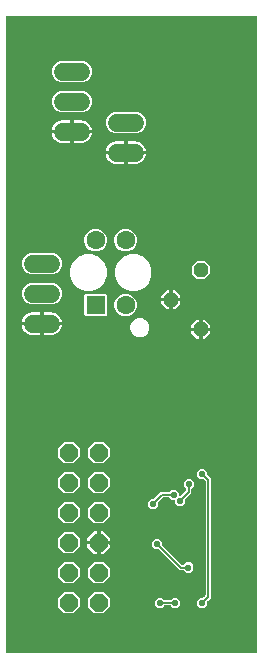
<source format=gbr>
G04 EAGLE Gerber RS-274X export*
G75*
%MOMM*%
%FSLAX34Y34*%
%LPD*%
%INBottom Copper*%
%IPPOS*%
%AMOC8*
5,1,8,0,0,1.08239X$1,22.5*%
G01*
%ADD10P,1.649562X8X112.500000*%
%ADD11C,1.524000*%
%ADD12P,1.319650X8X292.500000*%
%ADD13R,1.600000X1.600000*%
%ADD14C,1.600000*%
%ADD15C,0.550000*%
%ADD16C,0.152400*%

G36*
X214498Y3004D02*
X214498Y3004D01*
X214517Y3002D01*
X214619Y3024D01*
X214721Y3040D01*
X214738Y3050D01*
X214758Y3054D01*
X214847Y3107D01*
X214938Y3156D01*
X214952Y3170D01*
X214969Y3180D01*
X215036Y3259D01*
X215108Y3334D01*
X215116Y3352D01*
X215129Y3367D01*
X215168Y3463D01*
X215211Y3557D01*
X215213Y3577D01*
X215221Y3595D01*
X215239Y3762D01*
X215239Y541578D01*
X215236Y541598D01*
X215238Y541617D01*
X215216Y541719D01*
X215200Y541821D01*
X215190Y541838D01*
X215186Y541858D01*
X215133Y541947D01*
X215084Y542038D01*
X215070Y542052D01*
X215060Y542069D01*
X214981Y542136D01*
X214906Y542208D01*
X214888Y542216D01*
X214873Y542229D01*
X214777Y542268D01*
X214683Y542311D01*
X214663Y542313D01*
X214645Y542321D01*
X214478Y542339D01*
X3762Y542339D01*
X3742Y542336D01*
X3723Y542338D01*
X3621Y542316D01*
X3519Y542300D01*
X3502Y542290D01*
X3482Y542286D01*
X3393Y542233D01*
X3302Y542184D01*
X3288Y542170D01*
X3271Y542160D01*
X3204Y542081D01*
X3132Y542006D01*
X3124Y541988D01*
X3111Y541973D01*
X3072Y541877D01*
X3029Y541783D01*
X3027Y541763D01*
X3019Y541745D01*
X3001Y541578D01*
X3001Y3762D01*
X3004Y3742D01*
X3002Y3723D01*
X3024Y3621D01*
X3040Y3519D01*
X3050Y3502D01*
X3054Y3482D01*
X3107Y3393D01*
X3156Y3302D01*
X3170Y3288D01*
X3180Y3271D01*
X3259Y3204D01*
X3334Y3132D01*
X3352Y3124D01*
X3367Y3111D01*
X3463Y3072D01*
X3557Y3029D01*
X3577Y3027D01*
X3595Y3019D01*
X3762Y3001D01*
X214478Y3001D01*
X214498Y3004D01*
G37*
%LPC*%
G36*
X107357Y309619D02*
X107357Y309619D01*
X101660Y311979D01*
X97299Y316340D01*
X94939Y322037D01*
X94939Y328203D01*
X97299Y333900D01*
X101660Y338261D01*
X107357Y340621D01*
X113523Y340621D01*
X119220Y338261D01*
X123581Y333900D01*
X125941Y328203D01*
X125941Y322037D01*
X123581Y316340D01*
X119220Y311979D01*
X113523Y309619D01*
X107357Y309619D01*
G37*
%LPD*%
%LPC*%
G36*
X69357Y309619D02*
X69357Y309619D01*
X63660Y311979D01*
X59299Y316340D01*
X56939Y322037D01*
X56939Y328203D01*
X59299Y333900D01*
X63660Y338261D01*
X69357Y340621D01*
X75523Y340621D01*
X81220Y338261D01*
X85581Y333900D01*
X87941Y328203D01*
X87941Y322037D01*
X85581Y316340D01*
X81220Y311979D01*
X75523Y309619D01*
X69357Y309619D01*
G37*
%LPD*%
%LPC*%
G36*
X167139Y41445D02*
X167139Y41445D01*
X164635Y43949D01*
X164635Y47491D01*
X167139Y49995D01*
X169635Y49995D01*
X169726Y50009D01*
X169816Y50017D01*
X169846Y50029D01*
X169878Y50034D01*
X169959Y50077D01*
X170043Y50113D01*
X170075Y50139D01*
X170096Y50150D01*
X170118Y50173D01*
X170174Y50218D01*
X171480Y51524D01*
X171533Y51598D01*
X171593Y51668D01*
X171605Y51698D01*
X171624Y51724D01*
X171651Y51811D01*
X171685Y51896D01*
X171689Y51937D01*
X171696Y51959D01*
X171695Y51991D01*
X171703Y52063D01*
X171703Y148597D01*
X171689Y148688D01*
X171681Y148778D01*
X171669Y148808D01*
X171664Y148840D01*
X171621Y148921D01*
X171585Y149005D01*
X171559Y149037D01*
X171548Y149058D01*
X171525Y149080D01*
X171480Y149136D01*
X170174Y150442D01*
X170100Y150495D01*
X170030Y150555D01*
X170000Y150567D01*
X169974Y150586D01*
X169887Y150613D01*
X169802Y150647D01*
X169761Y150651D01*
X169739Y150658D01*
X169707Y150657D01*
X169635Y150665D01*
X167139Y150665D01*
X164635Y153169D01*
X164635Y156711D01*
X167139Y159215D01*
X170681Y159215D01*
X173185Y156711D01*
X173185Y154215D01*
X173199Y154124D01*
X173207Y154034D01*
X173219Y154004D01*
X173224Y153972D01*
X173267Y153891D01*
X173303Y153807D01*
X173329Y153775D01*
X173340Y153754D01*
X173363Y153732D01*
X173408Y153676D01*
X176277Y150807D01*
X176277Y49853D01*
X173408Y46984D01*
X173355Y46910D01*
X173295Y46840D01*
X173283Y46810D01*
X173264Y46784D01*
X173237Y46697D01*
X173203Y46612D01*
X173199Y46571D01*
X173192Y46549D01*
X173193Y46517D01*
X173185Y46445D01*
X173185Y43949D01*
X170681Y41445D01*
X167139Y41445D01*
G37*
%LPD*%
%LPC*%
G36*
X48981Y486155D02*
X48981Y486155D01*
X45620Y487547D01*
X43047Y490120D01*
X41655Y493481D01*
X41655Y497119D01*
X43047Y500480D01*
X45620Y503053D01*
X48981Y504445D01*
X67859Y504445D01*
X71220Y503053D01*
X73793Y500480D01*
X75185Y497119D01*
X75185Y493481D01*
X73793Y490120D01*
X71220Y487547D01*
X67859Y486155D01*
X48981Y486155D01*
G37*
%LPD*%
%LPC*%
G36*
X48981Y460755D02*
X48981Y460755D01*
X45620Y462147D01*
X43047Y464720D01*
X41655Y468081D01*
X41655Y471719D01*
X43047Y475080D01*
X45620Y477653D01*
X48981Y479045D01*
X67859Y479045D01*
X71220Y477653D01*
X73793Y475080D01*
X75185Y471719D01*
X75185Y468081D01*
X73793Y464720D01*
X71220Y462147D01*
X67859Y460755D01*
X48981Y460755D01*
G37*
%LPD*%
%LPC*%
G36*
X94701Y442975D02*
X94701Y442975D01*
X91340Y444367D01*
X88767Y446940D01*
X87375Y450301D01*
X87375Y453939D01*
X88767Y457300D01*
X91340Y459873D01*
X94701Y461265D01*
X113579Y461265D01*
X116940Y459873D01*
X119513Y457300D01*
X120905Y453939D01*
X120905Y450301D01*
X119513Y446940D01*
X116940Y444367D01*
X113579Y442975D01*
X94701Y442975D01*
G37*
%LPD*%
%LPC*%
G36*
X23581Y323595D02*
X23581Y323595D01*
X20220Y324987D01*
X17647Y327560D01*
X16255Y330921D01*
X16255Y334559D01*
X17647Y337920D01*
X20220Y340493D01*
X23581Y341885D01*
X42459Y341885D01*
X45820Y340493D01*
X48393Y337920D01*
X49785Y334559D01*
X49785Y330921D01*
X48393Y327560D01*
X45820Y324987D01*
X42459Y323595D01*
X23581Y323595D01*
G37*
%LPD*%
%LPC*%
G36*
X23581Y298195D02*
X23581Y298195D01*
X20220Y299587D01*
X17647Y302160D01*
X16255Y305521D01*
X16255Y309159D01*
X17647Y312520D01*
X20220Y315093D01*
X23581Y316485D01*
X42459Y316485D01*
X45820Y315093D01*
X48393Y312520D01*
X49785Y309159D01*
X49785Y305521D01*
X48393Y302160D01*
X45820Y299587D01*
X42459Y298195D01*
X23581Y298195D01*
G37*
%LPD*%
%LPC*%
G36*
X70108Y288095D02*
X70108Y288095D01*
X69215Y288988D01*
X69215Y306252D01*
X70108Y307145D01*
X87372Y307145D01*
X88265Y306252D01*
X88265Y288988D01*
X87372Y288095D01*
X70108Y288095D01*
G37*
%LPD*%
%LPC*%
G36*
X125229Y125265D02*
X125229Y125265D01*
X122725Y127769D01*
X122725Y131311D01*
X125229Y133815D01*
X127725Y133815D01*
X127816Y133829D01*
X127906Y133837D01*
X127936Y133849D01*
X127968Y133854D01*
X128049Y133897D01*
X128133Y133933D01*
X128165Y133959D01*
X128186Y133970D01*
X128208Y133993D01*
X128264Y134038D01*
X133673Y139447D01*
X140626Y139447D01*
X140716Y139461D01*
X140807Y139469D01*
X140837Y139481D01*
X140869Y139486D01*
X140949Y139529D01*
X141033Y139565D01*
X141065Y139591D01*
X141086Y139602D01*
X141108Y139625D01*
X141164Y139670D01*
X142929Y141435D01*
X146471Y141435D01*
X148975Y138931D01*
X148975Y137116D01*
X148978Y137096D01*
X148976Y137077D01*
X148998Y136975D01*
X149014Y136873D01*
X149024Y136856D01*
X149028Y136836D01*
X149081Y136747D01*
X149130Y136656D01*
X149144Y136642D01*
X149154Y136625D01*
X149233Y136558D01*
X149308Y136486D01*
X149326Y136478D01*
X149341Y136465D01*
X149437Y136426D01*
X149531Y136383D01*
X149551Y136381D01*
X149569Y136373D01*
X149736Y136355D01*
X150585Y136355D01*
X150676Y136369D01*
X150766Y136377D01*
X150796Y136389D01*
X150828Y136394D01*
X150909Y136437D01*
X150993Y136473D01*
X151025Y136499D01*
X151046Y136510D01*
X151068Y136533D01*
X151124Y136578D01*
X154970Y140424D01*
X155023Y140498D01*
X155083Y140568D01*
X155095Y140598D01*
X155114Y140624D01*
X155141Y140711D01*
X155175Y140796D01*
X155179Y140837D01*
X155186Y140859D01*
X155185Y140891D01*
X155193Y140963D01*
X155193Y141976D01*
X155179Y142066D01*
X155171Y142157D01*
X155159Y142187D01*
X155154Y142219D01*
X155111Y142299D01*
X155075Y142383D01*
X155049Y142415D01*
X155038Y142436D01*
X155015Y142458D01*
X154970Y142514D01*
X153205Y144279D01*
X153205Y147821D01*
X155709Y150325D01*
X159251Y150325D01*
X161755Y147821D01*
X161755Y144279D01*
X159990Y142514D01*
X159937Y142440D01*
X159877Y142371D01*
X159865Y142341D01*
X159846Y142315D01*
X159819Y142228D01*
X159785Y142143D01*
X159781Y142102D01*
X159774Y142079D01*
X159775Y142047D01*
X159767Y141976D01*
X159767Y138753D01*
X154358Y133344D01*
X154305Y133270D01*
X154245Y133200D01*
X154233Y133170D01*
X154214Y133144D01*
X154187Y133057D01*
X154153Y132972D01*
X154149Y132931D01*
X154142Y132909D01*
X154143Y132877D01*
X154135Y132805D01*
X154135Y130309D01*
X151631Y127805D01*
X148089Y127805D01*
X145585Y130309D01*
X145585Y132124D01*
X145582Y132144D01*
X145584Y132163D01*
X145562Y132265D01*
X145546Y132367D01*
X145536Y132384D01*
X145532Y132404D01*
X145479Y132493D01*
X145430Y132584D01*
X145416Y132598D01*
X145406Y132615D01*
X145327Y132682D01*
X145252Y132754D01*
X145234Y132762D01*
X145219Y132775D01*
X145123Y132814D01*
X145029Y132857D01*
X145009Y132859D01*
X144991Y132867D01*
X144824Y132885D01*
X142929Y132885D01*
X141164Y134650D01*
X141090Y134703D01*
X141021Y134763D01*
X140991Y134775D01*
X140965Y134794D01*
X140878Y134821D01*
X140793Y134855D01*
X140752Y134859D01*
X140729Y134866D01*
X140697Y134865D01*
X140626Y134873D01*
X135883Y134873D01*
X135792Y134859D01*
X135702Y134851D01*
X135672Y134839D01*
X135640Y134834D01*
X135559Y134791D01*
X135475Y134755D01*
X135443Y134729D01*
X135422Y134718D01*
X135400Y134695D01*
X135344Y134650D01*
X131498Y130804D01*
X131445Y130730D01*
X131385Y130660D01*
X131373Y130630D01*
X131354Y130604D01*
X131327Y130517D01*
X131293Y130432D01*
X131289Y130391D01*
X131282Y130369D01*
X131283Y130337D01*
X131275Y130265D01*
X131275Y127769D01*
X128771Y125265D01*
X125229Y125265D01*
G37*
%LPD*%
%LPC*%
G36*
X102245Y343095D02*
X102245Y343095D01*
X98745Y344545D01*
X96065Y347225D01*
X94615Y350725D01*
X94615Y354515D01*
X96065Y358015D01*
X98745Y360695D01*
X102245Y362145D01*
X106035Y362145D01*
X109535Y360695D01*
X112215Y358015D01*
X113665Y354515D01*
X113665Y350725D01*
X112215Y347225D01*
X109535Y344545D01*
X106035Y343095D01*
X102245Y343095D01*
G37*
%LPD*%
%LPC*%
G36*
X76845Y343095D02*
X76845Y343095D01*
X73345Y344545D01*
X70665Y347225D01*
X69215Y350725D01*
X69215Y354515D01*
X70665Y358015D01*
X73345Y360695D01*
X76845Y362145D01*
X80635Y362145D01*
X84135Y360695D01*
X86815Y358015D01*
X88265Y354515D01*
X88265Y350725D01*
X86815Y347225D01*
X84135Y344545D01*
X80635Y343095D01*
X76845Y343095D01*
G37*
%LPD*%
%LPC*%
G36*
X102245Y288095D02*
X102245Y288095D01*
X98745Y289545D01*
X96065Y292225D01*
X94615Y295725D01*
X94615Y299515D01*
X96065Y303015D01*
X98745Y305695D01*
X102245Y307145D01*
X106035Y307145D01*
X109535Y305695D01*
X112215Y303015D01*
X113665Y299515D01*
X113665Y295725D01*
X112215Y292225D01*
X109535Y289545D01*
X106035Y288095D01*
X102245Y288095D01*
G37*
%LPD*%
%LPC*%
G36*
X52092Y36575D02*
X52092Y36575D01*
X46735Y41932D01*
X46735Y49508D01*
X52092Y54865D01*
X59668Y54865D01*
X65025Y49508D01*
X65025Y41932D01*
X59668Y36575D01*
X52092Y36575D01*
G37*
%LPD*%
%LPC*%
G36*
X77492Y36575D02*
X77492Y36575D01*
X72135Y41932D01*
X72135Y49508D01*
X77492Y54865D01*
X85068Y54865D01*
X90425Y49508D01*
X90425Y41932D01*
X85068Y36575D01*
X77492Y36575D01*
G37*
%LPD*%
%LPC*%
G36*
X52092Y61975D02*
X52092Y61975D01*
X46735Y67332D01*
X46735Y74908D01*
X52092Y80265D01*
X59668Y80265D01*
X65025Y74908D01*
X65025Y67332D01*
X59668Y61975D01*
X52092Y61975D01*
G37*
%LPD*%
%LPC*%
G36*
X77492Y61975D02*
X77492Y61975D01*
X72135Y67332D01*
X72135Y74908D01*
X77492Y80265D01*
X85068Y80265D01*
X90425Y74908D01*
X90425Y67332D01*
X85068Y61975D01*
X77492Y61975D01*
G37*
%LPD*%
%LPC*%
G36*
X52092Y87375D02*
X52092Y87375D01*
X46735Y92732D01*
X46735Y100308D01*
X52092Y105665D01*
X59668Y105665D01*
X65025Y100308D01*
X65025Y92732D01*
X59668Y87375D01*
X52092Y87375D01*
G37*
%LPD*%
%LPC*%
G36*
X52092Y112775D02*
X52092Y112775D01*
X46735Y118132D01*
X46735Y125708D01*
X52092Y131065D01*
X59668Y131065D01*
X65025Y125708D01*
X65025Y118132D01*
X59668Y112775D01*
X52092Y112775D01*
G37*
%LPD*%
%LPC*%
G36*
X77492Y112775D02*
X77492Y112775D01*
X72135Y118132D01*
X72135Y125708D01*
X77492Y131065D01*
X85068Y131065D01*
X90425Y125708D01*
X90425Y118132D01*
X85068Y112775D01*
X77492Y112775D01*
G37*
%LPD*%
%LPC*%
G36*
X52092Y138175D02*
X52092Y138175D01*
X46735Y143532D01*
X46735Y151108D01*
X52092Y156465D01*
X59668Y156465D01*
X65025Y151108D01*
X65025Y143532D01*
X59668Y138175D01*
X52092Y138175D01*
G37*
%LPD*%
%LPC*%
G36*
X77492Y138175D02*
X77492Y138175D01*
X72135Y143532D01*
X72135Y151108D01*
X77492Y156465D01*
X85068Y156465D01*
X90425Y151108D01*
X90425Y143532D01*
X85068Y138175D01*
X77492Y138175D01*
G37*
%LPD*%
%LPC*%
G36*
X52092Y163575D02*
X52092Y163575D01*
X46735Y168932D01*
X46735Y176508D01*
X52092Y181865D01*
X59668Y181865D01*
X65025Y176508D01*
X65025Y168932D01*
X59668Y163575D01*
X52092Y163575D01*
G37*
%LPD*%
%LPC*%
G36*
X77492Y163575D02*
X77492Y163575D01*
X72135Y168932D01*
X72135Y176508D01*
X77492Y181865D01*
X85068Y181865D01*
X90425Y176508D01*
X90425Y168932D01*
X85068Y163575D01*
X77492Y163575D01*
G37*
%LPD*%
%LPC*%
G36*
X155455Y71163D02*
X155455Y71163D01*
X153690Y72928D01*
X153616Y72981D01*
X153547Y73041D01*
X153517Y73053D01*
X153491Y73072D01*
X153404Y73099D01*
X153319Y73133D01*
X153278Y73137D01*
X153255Y73144D01*
X153223Y73143D01*
X153152Y73151D01*
X149675Y73151D01*
X148112Y74714D01*
X132074Y90752D01*
X132000Y90805D01*
X131930Y90865D01*
X131900Y90877D01*
X131874Y90896D01*
X131787Y90923D01*
X131702Y90957D01*
X131661Y90961D01*
X131639Y90968D01*
X131607Y90967D01*
X131535Y90975D01*
X129039Y90975D01*
X126535Y93479D01*
X126535Y97021D01*
X129039Y99525D01*
X132581Y99525D01*
X135085Y97021D01*
X135085Y94525D01*
X135099Y94434D01*
X135107Y94344D01*
X135119Y94314D01*
X135124Y94282D01*
X135167Y94201D01*
X135203Y94117D01*
X135229Y94085D01*
X135240Y94064D01*
X135263Y94042D01*
X135308Y93986D01*
X151346Y77948D01*
X151420Y77895D01*
X151490Y77835D01*
X151520Y77823D01*
X151546Y77804D01*
X151633Y77777D01*
X151718Y77743D01*
X151759Y77739D01*
X151781Y77732D01*
X151813Y77733D01*
X151884Y77725D01*
X153152Y77725D01*
X153242Y77739D01*
X153333Y77747D01*
X153363Y77759D01*
X153395Y77764D01*
X153475Y77807D01*
X153559Y77843D01*
X153591Y77869D01*
X153612Y77880D01*
X153634Y77903D01*
X153690Y77948D01*
X155455Y79713D01*
X158997Y79713D01*
X161501Y77209D01*
X161501Y73667D01*
X158997Y71163D01*
X155455Y71163D01*
G37*
%LPD*%
%LPC*%
G36*
X114349Y270619D02*
X114349Y270619D01*
X111408Y271837D01*
X109157Y274088D01*
X107939Y277029D01*
X107939Y280211D01*
X109157Y283152D01*
X111408Y285403D01*
X114349Y286621D01*
X117531Y286621D01*
X120472Y285403D01*
X122723Y283152D01*
X123941Y280211D01*
X123941Y277029D01*
X122723Y274088D01*
X120472Y271837D01*
X117531Y270619D01*
X114349Y270619D01*
G37*
%LPD*%
%LPC*%
G36*
X164483Y319785D02*
X164483Y319785D01*
X160019Y324249D01*
X160019Y330563D01*
X164483Y335027D01*
X170797Y335027D01*
X175261Y330563D01*
X175261Y324249D01*
X170797Y319785D01*
X164483Y319785D01*
G37*
%LPD*%
%LPC*%
G36*
X131579Y41445D02*
X131579Y41445D01*
X129075Y43949D01*
X129075Y47491D01*
X131579Y49995D01*
X135121Y49995D01*
X136886Y48230D01*
X136960Y48177D01*
X137029Y48117D01*
X137059Y48105D01*
X137085Y48086D01*
X137172Y48059D01*
X137257Y48025D01*
X137298Y48021D01*
X137321Y48014D01*
X137353Y48015D01*
X137424Y48007D01*
X141976Y48007D01*
X142066Y48021D01*
X142157Y48029D01*
X142187Y48041D01*
X142219Y48046D01*
X142299Y48089D01*
X142383Y48125D01*
X142415Y48151D01*
X142436Y48162D01*
X142458Y48185D01*
X142514Y48230D01*
X144279Y49995D01*
X147821Y49995D01*
X150325Y47491D01*
X150325Y43949D01*
X147821Y41445D01*
X144279Y41445D01*
X142514Y43210D01*
X142440Y43263D01*
X142371Y43323D01*
X142341Y43335D01*
X142315Y43354D01*
X142228Y43381D01*
X142143Y43415D01*
X142102Y43419D01*
X142079Y43426D01*
X142047Y43425D01*
X141976Y43433D01*
X137424Y43433D01*
X137334Y43419D01*
X137243Y43411D01*
X137213Y43399D01*
X137181Y43394D01*
X137101Y43351D01*
X137017Y43315D01*
X136985Y43289D01*
X136964Y43278D01*
X136942Y43255D01*
X136886Y43210D01*
X135121Y41445D01*
X131579Y41445D01*
G37*
%LPD*%
%LPC*%
G36*
X59943Y446023D02*
X59943Y446023D01*
X59943Y454121D01*
X66797Y454121D01*
X68293Y453884D01*
X69733Y453416D01*
X71082Y452728D01*
X72308Y451838D01*
X73378Y450768D01*
X74268Y449542D01*
X74956Y448193D01*
X75424Y446753D01*
X75539Y446023D01*
X59943Y446023D01*
G37*
%LPD*%
%LPC*%
G36*
X34543Y283463D02*
X34543Y283463D01*
X34543Y291561D01*
X41397Y291561D01*
X42893Y291324D01*
X44333Y290856D01*
X45682Y290168D01*
X46908Y289278D01*
X47978Y288208D01*
X48868Y286982D01*
X49556Y285633D01*
X50024Y284193D01*
X50139Y283463D01*
X34543Y283463D01*
G37*
%LPD*%
%LPC*%
G36*
X105663Y428243D02*
X105663Y428243D01*
X105663Y436341D01*
X112517Y436341D01*
X114013Y436104D01*
X115453Y435636D01*
X116802Y434948D01*
X118028Y434058D01*
X119098Y432988D01*
X119988Y431762D01*
X120676Y430413D01*
X121144Y428973D01*
X121259Y428243D01*
X105663Y428243D01*
G37*
%LPD*%
%LPC*%
G36*
X15901Y283463D02*
X15901Y283463D01*
X16016Y284193D01*
X16484Y285633D01*
X17172Y286982D01*
X18062Y288208D01*
X19132Y289278D01*
X20358Y290168D01*
X21707Y290856D01*
X23147Y291324D01*
X24643Y291561D01*
X31497Y291561D01*
X31497Y283463D01*
X15901Y283463D01*
G37*
%LPD*%
%LPC*%
G36*
X87021Y428243D02*
X87021Y428243D01*
X87136Y428973D01*
X87604Y430413D01*
X88292Y431762D01*
X89182Y432988D01*
X90252Y434058D01*
X91478Y434948D01*
X92827Y435636D01*
X94267Y436104D01*
X95763Y436341D01*
X102617Y436341D01*
X102617Y428243D01*
X87021Y428243D01*
G37*
%LPD*%
%LPC*%
G36*
X41301Y446023D02*
X41301Y446023D01*
X41416Y446753D01*
X41884Y448193D01*
X42572Y449542D01*
X43462Y450768D01*
X44532Y451838D01*
X45758Y452728D01*
X47107Y453416D01*
X48547Y453884D01*
X50043Y454121D01*
X56897Y454121D01*
X56897Y446023D01*
X41301Y446023D01*
G37*
%LPD*%
%LPC*%
G36*
X34543Y272319D02*
X34543Y272319D01*
X34543Y280417D01*
X50139Y280417D01*
X50024Y279687D01*
X49556Y278247D01*
X48868Y276898D01*
X47978Y275672D01*
X46908Y274602D01*
X45682Y273712D01*
X44333Y273024D01*
X42893Y272556D01*
X41397Y272319D01*
X34543Y272319D01*
G37*
%LPD*%
%LPC*%
G36*
X59943Y434879D02*
X59943Y434879D01*
X59943Y442977D01*
X75539Y442977D01*
X75424Y442247D01*
X74956Y440807D01*
X74268Y439458D01*
X73378Y438232D01*
X72308Y437162D01*
X71082Y436272D01*
X69733Y435584D01*
X68293Y435116D01*
X66797Y434879D01*
X59943Y434879D01*
G37*
%LPD*%
%LPC*%
G36*
X105663Y417099D02*
X105663Y417099D01*
X105663Y425197D01*
X121259Y425197D01*
X121144Y424467D01*
X120676Y423027D01*
X119988Y421678D01*
X119098Y420452D01*
X118028Y419382D01*
X116802Y418492D01*
X115453Y417804D01*
X114013Y417336D01*
X112517Y417099D01*
X105663Y417099D01*
G37*
%LPD*%
%LPC*%
G36*
X24643Y272319D02*
X24643Y272319D01*
X23147Y272556D01*
X21707Y273024D01*
X20358Y273712D01*
X19132Y274602D01*
X18062Y275672D01*
X17172Y276898D01*
X16484Y278247D01*
X16016Y279687D01*
X15901Y280417D01*
X31497Y280417D01*
X31497Y272319D01*
X24643Y272319D01*
G37*
%LPD*%
%LPC*%
G36*
X95763Y417099D02*
X95763Y417099D01*
X94267Y417336D01*
X92827Y417804D01*
X91478Y418492D01*
X90252Y419382D01*
X89182Y420452D01*
X88292Y421678D01*
X87604Y423027D01*
X87136Y424467D01*
X87021Y425197D01*
X102617Y425197D01*
X102617Y417099D01*
X95763Y417099D01*
G37*
%LPD*%
%LPC*%
G36*
X50043Y434879D02*
X50043Y434879D01*
X48547Y435116D01*
X47107Y435584D01*
X45758Y436272D01*
X44532Y437162D01*
X43462Y438232D01*
X42572Y439458D01*
X41884Y440807D01*
X41416Y442247D01*
X41301Y442977D01*
X56897Y442977D01*
X56897Y434879D01*
X50043Y434879D01*
G37*
%LPD*%
%LPC*%
G36*
X82803Y98043D02*
X82803Y98043D01*
X82803Y106141D01*
X85265Y106141D01*
X90901Y100505D01*
X90901Y98043D01*
X82803Y98043D01*
G37*
%LPD*%
%LPC*%
G36*
X82803Y86899D02*
X82803Y86899D01*
X82803Y94997D01*
X90901Y94997D01*
X90901Y92535D01*
X85265Y86899D01*
X82803Y86899D01*
G37*
%LPD*%
%LPC*%
G36*
X71659Y98043D02*
X71659Y98043D01*
X71659Y100505D01*
X77295Y106141D01*
X79757Y106141D01*
X79757Y98043D01*
X71659Y98043D01*
G37*
%LPD*%
%LPC*%
G36*
X77295Y86899D02*
X77295Y86899D01*
X71659Y92535D01*
X71659Y94997D01*
X79757Y94997D01*
X79757Y86899D01*
X77295Y86899D01*
G37*
%LPD*%
%LPC*%
G36*
X169163Y278637D02*
X169163Y278637D01*
X169163Y285211D01*
X170994Y285211D01*
X175737Y280468D01*
X175737Y278637D01*
X169163Y278637D01*
G37*
%LPD*%
%LPC*%
G36*
X143763Y303783D02*
X143763Y303783D01*
X143763Y310357D01*
X145594Y310357D01*
X150337Y305614D01*
X150337Y303783D01*
X143763Y303783D01*
G37*
%LPD*%
%LPC*%
G36*
X159543Y278637D02*
X159543Y278637D01*
X159543Y280468D01*
X164286Y285211D01*
X166117Y285211D01*
X166117Y278637D01*
X159543Y278637D01*
G37*
%LPD*%
%LPC*%
G36*
X134143Y303783D02*
X134143Y303783D01*
X134143Y305614D01*
X138886Y310357D01*
X140717Y310357D01*
X140717Y303783D01*
X134143Y303783D01*
G37*
%LPD*%
%LPC*%
G36*
X169163Y269017D02*
X169163Y269017D01*
X169163Y275591D01*
X175737Y275591D01*
X175737Y273760D01*
X170994Y269017D01*
X169163Y269017D01*
G37*
%LPD*%
%LPC*%
G36*
X143763Y294163D02*
X143763Y294163D01*
X143763Y300737D01*
X150337Y300737D01*
X150337Y298906D01*
X145594Y294163D01*
X143763Y294163D01*
G37*
%LPD*%
%LPC*%
G36*
X164286Y269017D02*
X164286Y269017D01*
X159543Y273760D01*
X159543Y275591D01*
X166117Y275591D01*
X166117Y269017D01*
X164286Y269017D01*
G37*
%LPD*%
%LPC*%
G36*
X138886Y294163D02*
X138886Y294163D01*
X134143Y298906D01*
X134143Y300737D01*
X140717Y300737D01*
X140717Y294163D01*
X138886Y294163D01*
G37*
%LPD*%
%LPC*%
G36*
X33019Y281939D02*
X33019Y281939D01*
X33019Y281941D01*
X33021Y281941D01*
X33021Y281939D01*
X33019Y281939D01*
G37*
%LPD*%
%LPC*%
G36*
X167639Y277113D02*
X167639Y277113D01*
X167639Y277115D01*
X167641Y277115D01*
X167641Y277113D01*
X167639Y277113D01*
G37*
%LPD*%
%LPC*%
G36*
X142239Y302259D02*
X142239Y302259D01*
X142239Y302261D01*
X142241Y302261D01*
X142241Y302259D01*
X142239Y302259D01*
G37*
%LPD*%
%LPC*%
G36*
X104139Y426719D02*
X104139Y426719D01*
X104139Y426721D01*
X104141Y426721D01*
X104141Y426719D01*
X104139Y426719D01*
G37*
%LPD*%
%LPC*%
G36*
X58419Y444499D02*
X58419Y444499D01*
X58419Y444501D01*
X58421Y444501D01*
X58421Y444499D01*
X58419Y444499D01*
G37*
%LPD*%
%LPC*%
G36*
X81279Y96519D02*
X81279Y96519D01*
X81279Y96521D01*
X81281Y96521D01*
X81281Y96519D01*
X81279Y96519D01*
G37*
%LPD*%
D10*
X55880Y45720D03*
X55880Y71120D03*
X55880Y96520D03*
X55880Y121920D03*
X55880Y147320D03*
X55880Y172720D03*
X81280Y45720D03*
X81280Y71120D03*
X81280Y96520D03*
X81280Y121920D03*
X81280Y147320D03*
X81280Y172720D03*
D11*
X40640Y281940D02*
X25400Y281940D01*
X25400Y307340D02*
X40640Y307340D01*
X40640Y332740D02*
X25400Y332740D01*
X50800Y444500D02*
X66040Y444500D01*
X66040Y469900D02*
X50800Y469900D01*
X50800Y495300D02*
X66040Y495300D01*
D12*
X167640Y277114D03*
X167640Y327406D03*
X142240Y302260D03*
D11*
X111760Y452120D02*
X96520Y452120D01*
X96520Y426720D02*
X111760Y426720D01*
D13*
X78740Y297620D03*
D14*
X104140Y297620D03*
X104140Y352620D03*
X78740Y352620D03*
D15*
X134620Y175260D03*
D16*
X144780Y175260D01*
X156820Y175260D01*
X157480Y174600D01*
D15*
X157480Y174600D03*
X144780Y175260D03*
X124460Y99060D03*
X162560Y119380D03*
X162560Y109220D03*
X92710Y96520D03*
X142240Y289560D03*
X101600Y238760D03*
X45720Y238760D03*
X154940Y276860D03*
X33020Y269240D03*
X139700Y429260D03*
X127000Y426720D03*
X58420Y429260D03*
X127000Y129540D03*
D16*
X134620Y137160D01*
X144700Y137160D01*
D15*
X144700Y137160D03*
X149860Y132080D03*
D16*
X157480Y139700D01*
X157480Y146050D01*
D15*
X157480Y146050D03*
X133350Y45720D03*
D16*
X146050Y45720D01*
D15*
X146050Y45720D03*
X168910Y154940D03*
D16*
X173990Y149860D02*
X173990Y50800D01*
X168910Y45720D01*
X173990Y149860D02*
X168910Y154940D01*
D15*
X168910Y45720D03*
X130810Y95250D03*
D16*
X150622Y75438D01*
D15*
X157226Y75438D03*
D16*
X150622Y75438D01*
M02*

</source>
